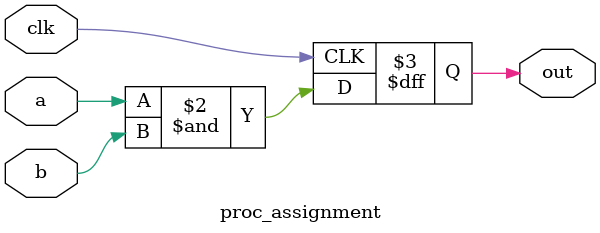
<source format=v>
module proc_assignment(clk, a, b, out);
    input clk, a, b;
    output out;
    reg    out, c;

    always @(posedge clk) begin
        c = a & b;      // blocking assignment
        out <= c;       // nonblocking assignment
    end
endmodule
</source>
